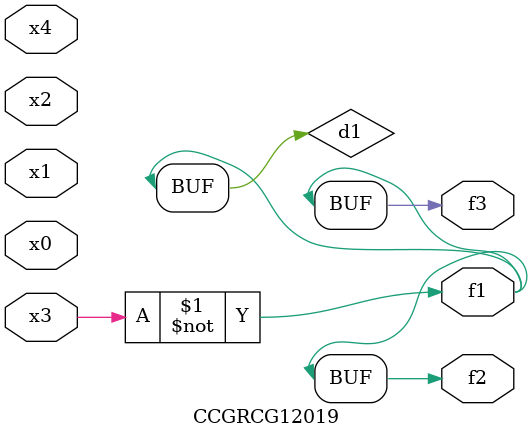
<source format=v>
module CCGRCG12019(
	input x0, x1, x2, x3, x4,
	output f1, f2, f3
);

	wire d1, d2;

	xnor (d1, x3);
	not (d2, x1);
	assign f1 = d1;
	assign f2 = d1;
	assign f3 = d1;
endmodule

</source>
